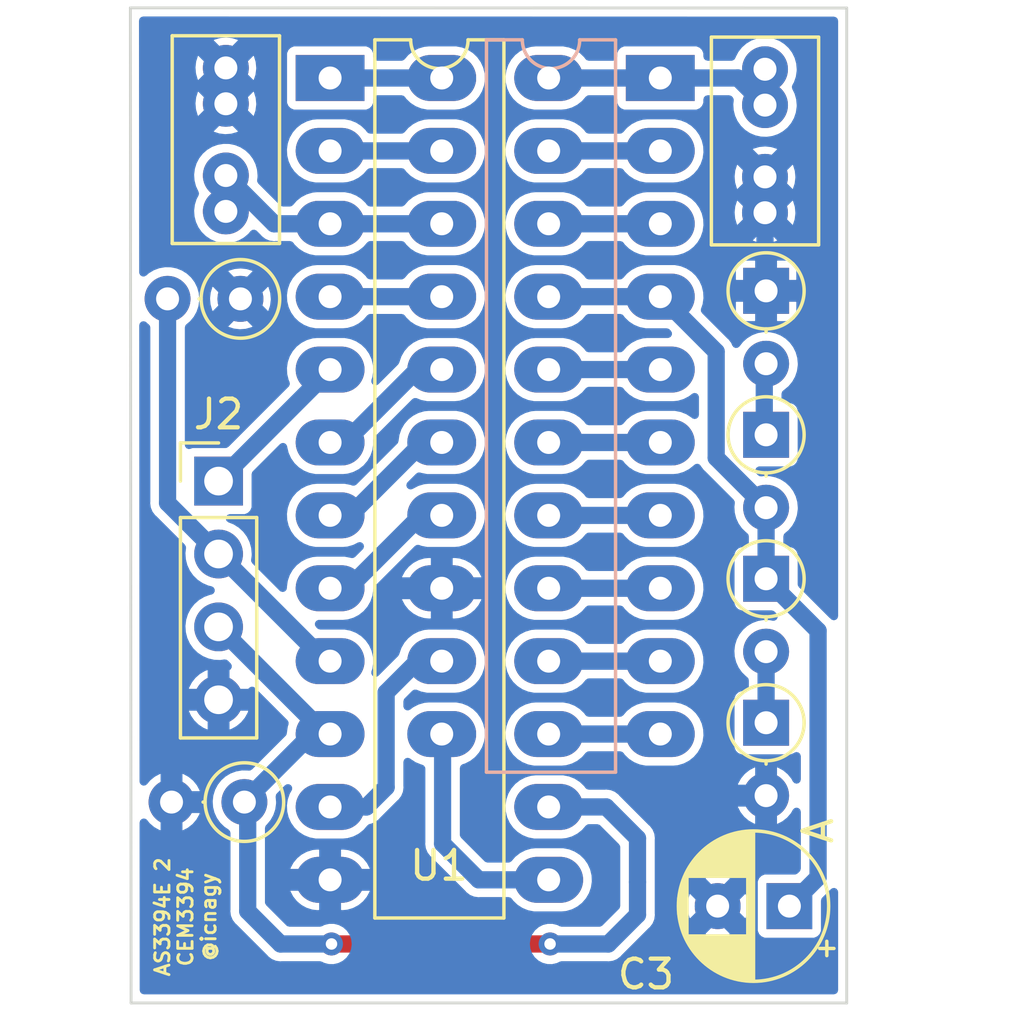
<source format=kicad_pcb>
(kicad_pcb (version 20211014) (generator pcbnew)
  (layers (0 "F.Cu" signal) (31 "B.Cu" signal) (34 "B.Paste" user) (35 "F.Paste" user) (36 "B.SilkS" user "B.Silkscreen") (37 "F.SilkS" user "F.Silkscreen") (38 "B.Mask" user) (39 "F.Mask" user) (44 "Edge.Cuts" user))
  (net 0 "")
  (net 1 "/Iref")
  (net 2 "/VCF_Q_CV")
  (net 3 "/VCO_CV")
  (net 4 "/C1")
  (net 5 "/V+")
  (net 6 "/C2")
  (net 7 "/Ct")
  (net 8 "/C3")
  (net 9 "/MOD_AMT")
  (net 10 "/C4")
  (net 11 "/WAVE_SEL")
  (net 12 "/VCF_CV")
  (net 13 "/PW")
  (net 14 "/Cs")
  (net 15 "GND")
  (net 16 "/VCA_CV")
  (net 17 "/VOICE_OUT")
  (net 18 "/MIX_BAL")
  (net 19 "/V-")
  (net 20 "/SUB_OUT")
  (net 21 "/SAW_OUT")
  (net 22 "Net-(D1-Pad1)")
  (net 23 "Net-(D3-Pad2)")
  (net 24 "/EXT_IN1")
  (net 25 "/NOISE_IN")
  (footprint "Package_DIP:DIP-24_W7.62mm_LongPads" (layer "F.Cu") (at 41.988001 29.769001)
    (fp_text reference "U1" (at 3.795499 27.444499) (layer "F.SilkS"))
    (fp_text value "AS3394E")
    (fp_line (start 2.81 -1.33) (end 1.56 -1.33) (layer "F.SilkS") (width 0.12))
    (fp_line (start 1.56 29.27) (end 6.06 29.27) (layer "F.SilkS") (width 0.12))
    (fp_line (start 1.56 -1.33) (end 1.56 29.27) (layer "F.SilkS") (width 0.12))
    (fp_line (start 6.06 -1.33) (end 4.81 -1.33) (layer "F.SilkS") (width 0.12))
    (fp_line (start 6.06 29.27) (end 6.06 -1.33) (layer "F.SilkS") (width 0.12))
    (fp_arc (start 4.81 -1.33) (mid 3.81 -0.33) (end 2.81 -1.33) (layer "F.SilkS") (width 0.12))
    (pad "1" thru_hole rect (at 0 0) (size 2.4 1.6) (drill 0.8) (layers *.Cu *.Mask) (net 1 "/Iref"))
    (pad "2" thru_hole oval (at 0 2.54) (size 2.4 1.6) (drill 0.8) (layers *.Cu *.Mask) (net 3 "/VCO_CV"))
    (pad "3" thru_hole oval (at 0 5.08) (size 2.4 1.6) (drill 0.8) (layers *.Cu *.Mask) (net 19 "/V-"))
    (pad "4" thru_hole oval (at 0 7.62) (size 2.4 1.6) (drill 0.8) (layers *.Cu *.Mask) (net 7 "/Ct"))
    (pad "5" thru_hole oval (at 0 10.16) (size 2.4 1.6) (drill 0.8) (layers *.Cu *.Mask) (net 20 "/SUB_OUT"))
    (pad "6" thru_hole oval (at 0 12.7) (size 2.4 1.6) (drill 0.8) (layers *.Cu *.Mask) (net 9 "/MOD_AMT"))
    (pad "7" thru_hole oval (at 0 15.24) (size 2.4 1.6) (drill 0.8) (layers *.Cu *.Mask) (net 11 "/WAVE_SEL"))
    (pad "8" thru_hole oval (at 0 17.78) (size 2.4 1.6) (drill 0.8) (layers *.Cu *.Mask) (net 13 "/PW"))
    (pad "9" thru_hole oval (at 0 20.32) (size 2.4 1.6) (drill 0.8) (layers *.Cu *.Mask) (net 21 "/SAW_OUT"))
    (pad "10" thru_hole oval (at 0 22.86) (size 2.4 1.6) (drill 0.8) (layers *.Cu *.Mask) (net 24 "/EXT_IN1"))
    (pad "11" thru_hole oval (at 0 25.4) (size 2.4 1.6) (drill 0.8) (layers *.Cu *.Mask) (net 25 "/NOISE_IN"))
    (pad "12" thru_hole oval (at 0 27.94) (size 2.4 1.6) (drill 0.8) (layers *.Cu *.Mask) (net 15 "GND"))
    (pad "13" thru_hole oval (at 7.62 27.94) (size 2.4 1.6) (drill 0.8) (layers *.Cu *.Mask) (net 18 "/MIX_BAL"))
    (pad "14" thru_hole oval (at 7.62 25.4) (size 2.4 1.6) (drill 0.8) (layers *.Cu *.Mask) (net 24 "/EXT_IN1"))
    (pad "15" thru_hole oval (at 7.62 22.86) (size 2.4 1.6) (drill 0.8) (layers *.Cu *.Mask) (net 2 "/VCF_Q_CV"))
    (pad "16" thru_hole oval (at 7.62 20.32) (size 2.4 1.6) (drill 0.8) (layers *.Cu *.Mask) (net 4 "/C1"))
    (pad "17" thru_hole oval (at 7.62 17.78) (size 2.4 1.6) (drill 0.8) (layers *.Cu *.Mask) (net 6 "/C2"))
    (pad "18" thru_hole oval (at 7.62 15.24) (size 2.4 1.6) (drill 0.8) (layers *.Cu *.Mask) (net 8 "/C3"))
    (pad "19" thru_hole oval (at 7.62 12.7) (size 2.4 1.6) (drill 0.8) (layers *.Cu *.Mask) (net 10 "/C4"))
    (pad "20" thru_hole oval (at 7.62 10.16) (size 2.4 1.6) (drill 0.8) (layers *.Cu *.Mask) (net 12 "/VCF_CV"))
    (pad "21" thru_hole oval (at 7.62 7.62) (size 2.4 1.6) (drill 0.8) (layers *.Cu *.Mask) (net 14 "/Cs"))
    (pad "22" thru_hole oval (at 7.62 5.08) (size 2.4 1.6) (drill 0.8) (layers *.Cu *.Mask) (net 16 "/VCA_CV"))
    (pad "23" thru_hole oval (at 7.62 2.54) (size 2.4 1.6) (drill 0.8) (layers *.Cu *.Mask) (net 17 "/VOICE_OUT"))
    (pad "24" thru_hole oval (at 7.62 0) (size 2.4 1.6) (drill 0.8) (layers *.Cu *.Mask) (net 5 "/V+"))
  )
  (footprint "Diode_THT:D_DO-35_SOD27_P2.54mm_Vertical_AnodeUp" (layer "F.Cu") (at 57.1881 42.2021 -90)
    (fp_text reference "D1" hide)
    (fp_text value "1N4148")
    (fp_line (start 1.326371 0) (end 1.44 0) (layer "F.SilkS") (width 0.12))
    (fp_circle (center 0 0) (end 1.326371 0) (layer "F.SilkS") (width 0.12) (fill none))
    (pad "1" thru_hole rect (at 0 0 270) (size 1.6 1.6) (drill 0.8) (layers *.Cu *.Mask) (net 22 "Net-(D1-Pad1)"))
    (pad "2" thru_hole oval (at 2.54 0 270) (size 1.6 1.6) (drill 0.8) (layers *.Cu *.Mask) (net 14 "/Cs"))
  )
  (footprint "Diode_THT:D_DO-35_SOD27_P2.54mm_Vertical_AnodeUp" (layer "F.Cu") (at 57.1881 37.1856 -90)
    (fp_text reference "D2" hide)
    (fp_text value "1N4148")
    (fp_line (start 1.326371 0) (end 1.44 0) (layer "F.SilkS") (width 0.12))
    (fp_circle (center 0 0) (end 1.326371 0) (layer "F.SilkS") (width 0.12) (fill none))
    (pad "1" thru_hole rect (at 0 0 270) (size 1.6 1.6) (drill 0.8) (layers *.Cu *.Mask) (net 15 "GND"))
    (pad "2" thru_hole oval (at 2.54 0 270) (size 1.6 1.6) (drill 0.8) (layers *.Cu *.Mask) (net 22 "Net-(D1-Pad1)"))
  )
  (footprint "Diode_THT:D_DO-35_SOD27_P2.54mm_Vertical_AnodeUp" (layer "F.Cu") (at 57.1881 47.2186 -90)
    (fp_text reference "D3" hide)
    (fp_text value "1N4148")
    (fp_line (start 1.326371 0) (end 1.44 0) (layer "F.SilkS") (width 0.12))
    (fp_circle (center 0 0) (end 1.326371 0) (layer "F.SilkS") (width 0.12) (fill none))
    (pad "1" thru_hole rect (at 0 0 270) (size 1.6 1.6) (drill 0.8) (layers *.Cu *.Mask) (net 14 "/Cs"))
    (pad "2" thru_hole oval (at 2.54 0 270) (size 1.6 1.6) (drill 0.8) (layers *.Cu *.Mask) (net 23 "Net-(D3-Pad2)"))
  )
  (footprint "Diode_THT:D_DO-35_SOD27_P2.54mm_Vertical_AnodeUp" (layer "F.Cu") (at 57.1881 52.2351 -90)
    (fp_text reference "D4" hide)
    (fp_text value "1N4148")
    (fp_text user "A" (at 3.7649 -1.8119 90) (layer "F.SilkS"))
    (fp_line (start 1.326371 0) (end 1.44 0) (layer "F.SilkS") (width 0.12))
    (fp_circle (center 0 0) (end 1.326371 0) (layer "F.SilkS") (width 0.12) (fill none))
    (pad "1" thru_hole rect (at 0 0 270) (size 1.6 1.6) (drill 0.8) (layers *.Cu *.Mask) (net 23 "Net-(D3-Pad2)"))
    (pad "2" thru_hole oval (at 2.54 0 270) (size 1.6 1.6) (drill 0.8) (layers *.Cu *.Mask) (net 15 "GND"))
  )
  (footprint "Capacitor_THT:C_Rect_L7.0mm_W3.5mm_P2.50mm_P5.00mm" (layer "F.Cu") (at 57.15 29.464 -90)
    (fp_text reference "C1")
    (fp_text value "100n")
    (fp_line (start 6.12 -1.87) (end 6.12 1.87) (layer "F.SilkS") (width 0.12))
    (fp_line (start -1.12 -1.87) (end -1.12 1.87) (layer "F.SilkS") (width 0.12))
    (fp_line (start -1.12 1.87) (end 6.12 1.87) (layer "F.SilkS") (width 0.12))
    (fp_line (start -1.12 -1.87) (end 6.12 -1.87) (layer "F.SilkS") (width 0.12))
    (pad "1" thru_hole circle (at 1.25 0 270) (size 1.6 1.6) (drill 0.8) (layers *.Cu *.Mask) (net 5 "/V+"))
    (pad "1" thru_hole circle (at 0 0 270) (size 1.6 1.6) (drill 0.8) (layers *.Cu *.Mask) (net 5 "/V+"))
    (pad "2" thru_hole circle (at 5 0 270) (size 1.6 1.6) (drill 0.8) (layers *.Cu *.Mask) (net 15 "GND"))
    (pad "2" thru_hole circle (at 3.75 0 270) (size 1.6 1.6) (drill 0.8) (layers *.Cu *.Mask) (net 15 "GND"))
  )
  (footprint "Resistor_THT:R_Axial_DIN0207_L6.3mm_D2.5mm_P2.54mm_Vertical" (layer "F.Cu") (at 38.862 37.465 180)
    (fp_text reference "R1" hide)
    (fp_text value "1k")
    (fp_line (start 1.37 0) (end 1.44 0) (layer "F.SilkS") (width 0.12))
    (fp_circle (center 0 0) (end 1.37 0) (layer "F.SilkS") (width 0.12) (fill none))
    (pad "1" thru_hole circle (at 0 0 180) (size 1.6 1.6) (drill 0.8) (layers *.Cu *.Mask) (net 15 "GND"))
    (pad "2" thru_hole oval (at 2.54 0 180) (size 1.6 1.6) (drill 0.8) (layers *.Cu *.Mask) (net 21 "/SAW_OUT"))
  )
  (footprint "Resistor_THT:R_Axial_DIN0207_L6.3mm_D2.5mm_P2.54mm_Vertical" (layer "F.Cu") (at 39 55 180)
    (fp_text reference "R3" hide)
    (fp_text value "500R")
    (fp_line (start 1.37 0) (end 1.44 0) (layer "F.SilkS") (width 0.12))
    (fp_circle (center 0 0) (end 1.37 0) (layer "F.SilkS") (width 0.12) (fill none))
    (pad "1" thru_hole circle (at 0 0 180) (size 1.6 1.6) (drill 0.8) (layers *.Cu *.Mask) (net 24 "/EXT_IN1"))
    (pad "2" thru_hole oval (at 2.54 0 180) (size 1.6 1.6) (drill 0.8) (layers *.Cu *.Mask) (net 15 "GND"))
  )
  (footprint "Capacitor_THT:C_Rect_L7.0mm_W3.5mm_P2.50mm_P5.00mm" (layer "F.Cu") (at 38.354 34.417 90)
    (fp_text reference "C2")
    (fp_text value "100n")
    (fp_line (start -1.12 -1.87) (end 6.12 -1.87) (layer "F.SilkS") (width 0.12))
    (fp_line (start -1.12 1.87) (end 6.12 1.87) (layer "F.SilkS") (width 0.12))
    (fp_line (start -1.12 -1.87) (end -1.12 1.87) (layer "F.SilkS") (width 0.12))
    (fp_line (start 6.12 -1.87) (end 6.12 1.87) (layer "F.SilkS") (width 0.12))
    (pad "1" thru_hole circle (at 1.25 0 90) (size 1.6 1.6) (drill 0.8) (layers *.Cu *.Mask) (net 19 "/V-"))
    (pad "1" thru_hole circle (at 0 0 90) (size 1.6 1.6) (drill 0.8) (layers *.Cu *.Mask) (net 19 "/V-"))
    (pad "2" thru_hole circle (at 5 0 90) (size 1.6 1.6) (drill 0.8) (layers *.Cu *.Mask) (net 15 "GND"))
    (pad "2" thru_hole circle (at 3.75 0 90) (size 1.6 1.6) (drill 0.8) (layers *.Cu *.Mask) (net 15 "GND"))
  )
  (footprint "Connector_PinHeader_2.54mm:PinHeader_1x04_P2.54mm_Vertical" (layer "F.Cu") (at 38.1 43.815)
    (fp_text reference "J2" (at 0 -2.33) (layer "F.SilkS"))
    (fp_text value "Conn_01x04_Male")
    (fp_line (start 1.33 1.27) (end 1.33 8.95) (layer "F.SilkS") (width 0.12))
    (fp_line (start -1.33 1.27) (end 1.33 1.27) (layer "F.SilkS") (width 0.12))
    (fp_line (start -1.33 1.27) (end -1.33 8.95) (layer "F.SilkS") (width 0.12))
    (fp_line (start -1.33 -1.33) (end 0 -1.33) (layer "F.SilkS") (width 0.12))
    (fp_line (start -1.33 0) (end -1.33 -1.33) (layer "F.SilkS") (width 0.12))
    (fp_line (start -1.33 8.95) (end 1.33 8.95) (layer "F.SilkS") (width 0.12))
    (pad "1" thru_hole rect (at 0 0) (size 1.7 1.7) (drill 1) (layers *.Cu *.Mask) (net 20 "/SUB_OUT"))
    (pad "2" thru_hole oval (at 0 2.54) (size 1.7 1.7) (drill 1) (layers *.Cu *.Mask) (net 21 "/SAW_OUT"))
    (pad "3" thru_hole oval (at 0 5.08) (size 1.7 1.7) (drill 1) (layers *.Cu *.Mask) (net 24 "/EXT_IN1"))
    (pad "4" thru_hole oval (at 0 7.62) (size 1.7 1.7) (drill 1) (layers *.Cu *.Mask) (net 15 "GND"))
  )
  (footprint "Capacitor_THT:CP_Radial_D5.0mm_P2.50mm" (layer "F.Cu") (at 58 58.625 180)
    (fp_text reference "C3" (at 5 -2.375 180) (layer "F.SilkS"))
    (fp_text value "4.7uF")
    (fp_line (start 2.411 -2.31) (end 2.411 -1.04) (layer "F.SilkS") (width 0.12))
    (fp_line (start 1.77 1.04) (end 1.77 2.528) (layer "F.SilkS") (width 0.12))
    (fp_line (start 1.81 -2.52) (end 1.81 -1.04) (layer "F.SilkS") (width 0.12))
    (fp_line (start -1.554775 -1.475) (end -1.054775 -1.475) (layer "F.SilkS") (width 0.12))
    (fp_line (start 2.291 -2.365) (end 2.291 -1.04) (layer "F.SilkS") (width 0.12))
    (fp_line (start 2.411 1.04) (end 2.411 2.31) (layer "F.SilkS") (width 0.12))
    (fp_line (start 1.57 1.04) (end 1.57 2.561) (layer "F.SilkS") (width 0.12))
    (fp_line (start 2.651 -2.175) (end 2.651 -1.04) (layer "F.SilkS") (width 0.12))
    (fp_line (start 2.931 1.04) (end 2.931 1.971) (layer "F.SilkS") (width 0.12))
    (fp_line (start 2.051 1.04) (end 2.051 2.455) (layer "F.SilkS") (width 0.12))
    (fp_line (start 3.451 -1.383) (end 3.451 -1.04) (layer "F.SilkS") (width 0.12))
    (fp_line (start 1.93 -2.491) (end 1.93 -1.04) (layer "F.SilkS") (width 0.12))
    (fp_line (start 1.971 1.04) (end 1.971 2.48) (layer "F.SilkS") (width 0.12))
    (fp_line (start 3.011 -1.901) (end 3.011 -1.04) (layer "F.SilkS") (width 0.12))
    (fp_line (start 1.971 -2.48) (end 1.971 -1.04) (layer "F.SilkS") (width 0.12))
    (fp_line (start 2.731 1.04) (end 2.731 2.122) (layer "F.SilkS") (width 0.12))
    (fp_line (start 2.811 1.04) (end 2.811 2.065) (layer "F.SilkS") (width 0.12))
    (fp_line (start 3.251 -1.653) (end 3.251 -1.04) (layer "F.SilkS") (width 0.12))
    (fp_line (start 1.85 1.04) (end 1.85 2.511) (layer "F.SilkS") (width 0.12))
    (fp_line (start 3.211 -1.699) (end 3.211 -1.04) (layer "F.SilkS") (width 0.12))
    (fp_line (start 1.89 1.04) (end 1.89 2.501) (layer "F.SilkS") (width 0.12))
    (fp_line (start 1.69 -2.543) (end 1.69 -1.04) (layer "F.SilkS") (width 0.12))
    (fp_line (start 3.091 1.04) (end 3.091 1.826) (layer "F.SilkS") (width 0.12))
    (fp_line (start 2.331 1.04) (end 2.331 2.348) (layer "F.SilkS") (width 0.12))
    (fp_line (start 2.531 1.04) (end 2.531 2.247) (layer "F.SilkS") (width 0.12))
    (fp_line (start 3.411 -1.443) (end 3.411 -1.04) (layer "F.SilkS") (width 0.12))
    (fp_line (start 2.451 -2.29) (end 2.451 -1.04) (layer "F.SilkS") (width 0.12))
    (fp_line (start 1.93 1.04) (end 1.93 2.491) (layer "F.SilkS") (width 0.12))
    (fp_line (start 2.611 -2.2) (end 2.611 -1.04) (layer "F.SilkS") (width 0.12))
    (fp_line (start 2.211 1.04) (end 2.211 2.398) (layer "F.SilkS") (width 0.12))
    (fp_line (start 3.131 1.04) (end 3.131 1.785) (layer "F.SilkS") (width 0.12))
    (fp_line (start 2.891 -2.004) (end 2.891 -1.04) (layer "F.SilkS") (width 0.12))
    (fp_line (start 3.651 -1.011) (end 3.651 1.011) (layer "F.SilkS") (width 0.12))
    (fp_line (start 2.251 -2.382) (end 2.251 -1.04) (layer "F.SilkS") (width 0.12))
    (fp_line (start 1.81 1.04) (end 1.81 2.52) (layer "F.SilkS") (width 0.12))
    (fp_line (start 1.85 -2.511) (end 1.85 -1.04) (layer "F.SilkS") (width 0.12))
    (fp_line (start 1.53 1.04) (end 1.53 2.565) (layer "F.SilkS") (width 0.12))
    (fp_line (start 3.171 1.04) (end 3.171 1.743) (layer "F.SilkS") (width 0.12))
    (fp_line (start 2.971 1.04) (end 2.971 1.937) (layer "F.SilkS") (width 0.12))
    (fp_line (start 2.171 1.04) (end 2.171 2.414) (layer "F.SilkS") (width 0.12))
    (fp_line (start 3.491 1.04) (end 3.491 1.319) (layer "F.SilkS") (width 0.12))
    (fp_line (start 3.051 1.04) (end 3.051 1.864) (layer "F.SilkS") (width 0.12))
    (fp_line (start 1.73 1.04) (end 1.73 2.536) (layer "F.SilkS") (width 0.12))
    (fp_line (start 2.131 -2.428) (end 2.131 -1.04) (layer "F.SilkS") (width 0.12))
    (fp_line (start 3.851 -0.284) (end 3.851 0.284) (layer "F.SilkS") (width 0.12))
    (fp_line (start 3.731 -0.805) (end 3.731 0.805) (layer "F.SilkS") (width 0.12))
    (fp_line (start 1.37 -2.578) (end 1.37 2.578) (layer "F.SilkS") (width 0.12))
    (fp_line (start 3.411 1.04) (end 3.411 1.443) (layer "F.SilkS") (width 0.12))
    (fp_line (start 2.331 -2.348) (end 2.331 -1.04) (layer "F.SilkS") (width 0.12))
    (fp_line (start 2.611 1.04) (end 2.611 2.2) (layer "F.SilkS") (width 0.12))
    (fp_line (start 2.771 -2.095) (end 2.771 -1.04) (layer "F.SilkS") (width 0.12))
    (fp_line (start 2.171 -2.414) (end 2.171 -1.04) (layer "F.SilkS") (width 0.12))
    (fp_line (start 3.251 1.04) (end 3.251 1.653) (layer "F.SilkS") (width 0.12))
    (fp_line (start 1.73 -2.536) (end 1.73 -1.04) (layer "F.SilkS") (width 0.12))
    (fp_line (start 2.011 -2.468) (end 2.011 -1.04) (layer "F.SilkS") (width 0.12))
    (fp_line (start 3.051 -1.864) (end 3.051 -1.04) (layer "F.SilkS") (width 0.12))
    (fp_line (start 2.051 -2.455) (end 2.051 -1.04) (layer "F.SilkS") (width 0.12))
    (fp_line (start 1.61 -2.556) (end 1.61 -1.04) (layer "F.SilkS") (width 0.12))
    (fp_line (start 2.291 1.04) (end 2.291 2.365) (layer "F.SilkS") (width 0.12))
    (fp_line (start 3.691 -0.915) (end 3.691 0.915) (layer "F.SilkS") (width 0.12))
    (fp_line (start 3.291 1.04) (end 3.291 1.605) (layer "F.SilkS") (width 0.12))
    (fp_line (start 1.53 -2.565) (end 1.53 -1.04) (layer "F.SilkS") (width 0.12))
    (fp_line (start 1.45 -2.573) (end 1.45 2.573) (layer "F.SilkS") (width 0.12))
    (fp_line (start 2.971 -1.937) (end 2.971 -1.04) (layer "F.SilkS") (width 0.12))
    (fp_line (start 2.931 -1.971) (end 2.931 -1.04) (layer "F.SilkS") (width 0.12))
    (fp_line (start 2.851 1.04) (end 2.851 2.035) (layer "F.SilkS") (width 0.12))
    (fp_line (start 2.371 1.04) (end 2.371 2.329) (layer "F.SilkS") (width 0.12))
    (fp_line (start 2.691 -2.149) (end 2.691 -1.04) (layer "F.SilkS") (width 0.12))
    (fp_line (start 2.691 1.04) (end 2.691 2.149) (layer "F.SilkS") (width 0.12))
    (fp_line (start 3.451 1.04) (end 3.451 1.383) (layer "F.SilkS") (width 0.12))
    (fp_line (start 2.811 -2.065) (end 2.811 -1.04) (layer "F.SilkS") (width 0.12))
    (fp_line (start 2.211 -2.398) (end 2.211 -1.04) (layer "F.SilkS") (width 0.12))
    (fp_line (start 2.371 -2.329) (end 2.371 -1.04) (layer "F.SilkS") (width 0.12))
    (fp_line (start 1.41 -2.576) (end 1.41 2.576) (layer "F.SilkS") (width 0.12))
    (fp_line (start 1.49 1.04) (end 1.49 2.569) (layer "F.SilkS") (width 0.12))
    (fp_line (start 1.69 1.04) (end 1.69 2.543) (layer "F.SilkS") (width 0.12))
    (fp_line (start 1.57 -2.561) (end 1.57 -1.04) (layer "F.SilkS") (width 0.12))
    (fp_line (start 1.29 -2.58) (end 1.29 2.58) (layer "F.SilkS") (width 0.12))
    (fp_line (start 3.011 1.04) (end 3.011 1.901) (layer "F.SilkS") (width 0.12))
    (fp_line (start 2.651 1.04) (end 2.651 2.175) (layer "F.SilkS") (width 0.12))
    (fp_line (start 3.371 1.04) (end 3.371 1.5) (layer "F.SilkS") (width 0.12))
    (fp_line (start 3.571 -1.178) (end 3.571 1.178) (layer "F.SilkS") (width 0.12))
    (fp_line (start 1.65 1.04) (end 1.65 2.55) (layer "F.SilkS") (width 0.12))
    (fp_line (start -1.304775 -1.725) (end -1.304775 -1.225) (layer "F.SilkS") (width 0.12))
    (fp_line (start 2.451 1.04) (end 2.451 2.29) (layer "F.SilkS") (width 0.12))
    (fp_line (start 2.131 1.04) (end 2.131 2.428) (layer "F.SilkS") (width 0.12))
    (fp_line (start 1.49 -2.569) (end 1.49 -1.04) (layer "F.SilkS") (width 0.12))
    (fp_line (start 3.371 -1.5) (end 3.371 -1.04) (layer "F.SilkS") (width 0.12))
    (fp_line (start 2.251 1.04) (end 2.251 2.382) (layer "F.SilkS") (width 0.12))
    (fp_line (start 1.33 -2.579) (end 1.33 2.579) (layer "F.SilkS") (width 0.12))
    (fp_line (start 2.731 -2.122) (end 2.731 -1.04) (layer "F.SilkS") (width 0.12))
    (fp_line (start 2.571 1.04) (end 2.571 2.224) (layer "F.SilkS") (width 0.12))
    (fp_line (start 2.771 1.04) (end 2.771 2.095) (layer "F.SilkS") (width 0.12))
    (fp_line (start 2.091 -2.442) (end 2.091 -1.04) (layer "F.SilkS") (width 0.12))
    (fp_line (start 1.61 1.04) (end 1.61 2.556) (layer "F.SilkS") (width 0.12))
    (fp_line (start 3.771 -0.677) (end 3.771 0.677) (layer "F.SilkS") (width 0.12))
    (fp_line (start 3.291 -1.605) (end 3.291 -1.04) (layer "F.SilkS") (width 0.12))
    (fp_line (start 1.25 -2.58) (end 1.25 2.58) (layer "F.SilkS") (width 0.12))
    (fp_line (start 3.811 -0.518) (end 3.811 0.518) (layer "F.SilkS") (width 0.12))
    (fp_line (start 2.891 1.04) (end 2.891 2.004) (layer "F.SilkS") (width 0.12))
    (fp_line (start 2.571 -2.224) (end 2.571 -1.04) (layer "F.SilkS") (width 0.12))
    (fp_line (start 2.851 -2.035) (end 2.851 -1.04) (layer "F.SilkS") (width 0.12))
    (fp_line (start 2.491 -2.268) (end 2.491 -1.04) (layer "F.SilkS") (width 0.12))
    (fp_line (start 3.171 -1.743) (end 3.171 -1.04) (layer "F.SilkS") (width 0.12))
    (fp_line (start 3.131 -1.785) (end 3.131 -1.04) (layer "F.SilkS") (width 0.12))
    (fp_line (start 3.091 -1.826) (end 3.091 -1.04) (layer "F.SilkS") (width 0.12))
    (fp_line (start 2.011 1.04) (end 2.011 2.468) (layer "F.SilkS") (width 0.12))
    (fp_line (start 2.091 1.04) (end 2.091 2.442) (layer "F.SilkS") (width 0.12))
    (fp_line (start 1.77 -2.528) (end 1.77 -1.04) (layer "F.SilkS") (width 0.12))
    (fp_line (start 2.491 1.04) (end 2.491 2.268) (layer "F.SilkS") (width 0.12))
    (fp_line (start 3.531 -1.251) (end 3.531 -1.04) (layer "F.SilkS") (width 0.12))
    (fp_line (start 1.65 -2.55) (end 1.65 -1.04) (layer "F.SilkS") (width 0.12))
    (fp_line (start 3.531 1.04) (end 3.531 1.251) (layer "F.SilkS") (width 0.12))
    (fp_line (start 1.89 -2.501) (end 1.89 -1.04) (layer "F.SilkS") (width 0.12))
    (fp_line (start 3.611 -1.098) (end 3.611 1.098) (layer "F.SilkS") (width 0.12))
    (fp_line (start 2.531 -2.247) (end 2.531 -1.04) (layer "F.SilkS") (width 0.12))
    (fp_line (start 3.331 1.04) (end 3.331 1.554) (layer "F.SilkS") (width 0.12))
    (fp_line (start 3.491 -1.319) (end 3.491 -1.04) (layer "F.SilkS") (width 0.12))
    (fp_line (start 3.331 -1.554) (end 3.331 -1.04) (layer "F.SilkS") (width 0.12))
    (fp_line (start 3.211 1.04) (end 3.211 1.699) (layer "F.SilkS") (width 0.12))
    (fp_circle (center 1.25 0) (end 3.87 0) (layer "F.SilkS") (width 0.12) (fill none))
    (pad "1" thru_hole rect (at 0 0 180) (size 1.6 1.6) (drill 0.8) (layers *.Cu *.Mask) (net 14 "/Cs"))
    (pad "2" thru_hole circle (at 2.5 0 180) (size 1.6 1.6) (drill 0.8) (layers *.Cu *.Mask) (net 15 "GND"))
  )
  (footprint "Package_DIP:DIP-20_W7.62mm_LongPads" (layer "B.Cu") (at 53.5 29.769001 180)
    (fp_text reference "J1" hide)
    (fp_text value "Conn_01x20_Male")
    (fp_line (start 6.06 -24.19) (end 6.06 1.33) (layer "B.SilkS") (width 0.12))
    (fp_line (start 1.56 1.33) (end 1.56 -24.19) (layer "B.SilkS") (width 0.12))
    (fp_line (start 6.06 1.33) (end 4.81 1.33) (layer "B.SilkS") (width 0.12))
    (fp_line (start 1.56 -24.19) (end 6.06 -24.19) (layer "B.SilkS") (width 0.12))
    (fp_line (start 2.81 1.33) (end 1.56 1.33) (layer "B.SilkS") (width 0.12))
    (fp_arc (start 2.81 1.33) (mid 3.81 0.33) (end 4.81 1.33) (layer "B.SilkS") (width 0.12))
    (pad "1" thru_hole rect (at 0 0 180) (size 2.4 1.6) (drill 0.8) (layers *.Cu *.Mask) (net 5 "/V+"))
    (pad "2" thru_hole oval (at 0 -2.54 180) (size 2.4 1.6) (drill 0.8) (layers *.Cu *.Mask) (net 17 "/VOICE_OUT"))
    (pad "3" thru_hole oval (at 0 -5.08 180) (size 2.4 1.6) (drill 0.8) (layers *.Cu *.Mask) (net 16 "/VCA_CV"))
    (pad "4" thru_hole oval (at 0 -7.62 180) (size 2.4 1.6) (drill 0.8) (layers *.Cu *.Mask) (net 14 "/Cs"))
    (pad "5" thru_hole oval (at 0 -10.16 180) (size 2.4 1.6) (drill 0.8) (layers *.Cu *.Mask) (net 12 "/VCF_CV"))
    (pad "6" thru_hole oval (at 0 -12.7 180) (size 2.4 1.6) (drill 0.8) (layers *.Cu *.Mask) (net 10 "/C4"))
    (pad "7" thru_hole oval (at 0 -15.24 180) (size 2.4 1.6) (drill 0.8) (layers *.Cu *.Mask) (net 8 "/C3"))
    (pad "8" thru_hole oval (at 0 -17.78 180) (size 2.4 1.6) (drill 0.8) (layers *.Cu *.Mask) (net 6 "/C2"))
    (pad "9" thru_hole oval (at 0 -20.32 180) (size 2.4 1.6) (drill 0.8) (layers *.Cu *.Mask) (net 4 "/C1"))
    (pad "10" thru_hole oval (at 0 -22.86 180) (size 2.4 1.6) (drill 0.8) (layers *.Cu *.Mask) (net 2 "/VCF_Q_CV"))
    (pad "11" thru_hole oval (at 7.62 -22.86 180) (size 2.4 1.6) (drill 0.8) (layers *.Cu *.Mask) (net 18 "/MIX_BAL"))
    (pad "12" thru_hole oval (at 7.62 -20.32 180) (size 2.4 1.6) (drill 0.8) (layers *.Cu *.Mask) (net 25 "/NOISE_IN"))
    (pad "13" thru_hole oval (at 7.62 -17.78 180) (size 2.4 1.6) (drill 0.8) (layers *.Cu *.Mask) (net 15 "GND"))
    (pad "14" thru_hole oval (at 7.62 -15.24 180) (size 2.4 1.6) (drill 0.8) (layers *.Cu *.Mask) (net 13 "/PW"))
    (pad "15" thru_hole oval (at 7.62 -12.7 180) (size 2.4 1.6) (drill 0.8) (layers *.Cu *.Mask) (net 11 "/WAVE_SEL"))
    (pad "16" thru_hole oval (at 7.62 -10.16 180) (size 2.4 1.6) (drill 0.8) (layers *.Cu *.Mask) (net 9 "/MOD_AMT"))
    (pad "17" thru_hole oval (at 7.62 -7.62 180) (size 2.4 1.6) (drill 0.8) (layers *.Cu *.Mask) (net 7 "/Ct"))
    (pad "18" thru_hole oval (at 7.62 -5.08 180) (size 2.4 1.6) (drill 0.8) (layers *.Cu *.Mask) (net 19 "/V-"))
    (pad "19" thru_hole oval (at 7.62 -2.54 180) (size 2.4 1.6) (drill 0.8) (layers *.Cu *.Mask) (net 3 "/VCO_CV"))
    (pad "20" thru_hole oval (at 7.62 0 180) (size 2.4 1.6) (drill 0.8) (layers *.Cu *.Mask) (net 1 "/Iref"))
  )
  (gr_line (start 35.025 27.325) (end 60 27.3304) (layer "Edge.Cuts") (width 0.1))
  (gr_line (start 35.05 62) (end 35.025 27.325) (layer "Edge.Cuts") (width 0.1))
  (gr_line (start 60 62) (end 35.05 62) (layer "Edge.Cuts") (width 0.1))
  (gr_line (start 60 27.3304) (end 60 62) (layer "Edge.Cuts") (width 0.1))
  (gr_text "AS3394E 2\nCEM3394\n@icnagy" (at 36.95 59 90) (layer "F.SilkS") (effects (font (size 0.5 0.5) (thickness 0.1))))
  (segment (start 45.9105 29.769001) (end 41.988001 29.769001) (width 0.6) (layer "B.Cu") (net 1))
  (segment (start 49.608001 52.629001) (end 53.5305 52.629001) (width 0.6) (layer "B.Cu") (net 2))
  (segment (start 45.9105 32.309001) (end 41.988001 32.309001) (width 0.6) (layer "B.Cu") (net 3))
  (segment (start 49.608001 50.089001) (end 53.5305 50.089001) (width 0.6) (layer "B.Cu") (net 4))
  (segment (start 56.205001 29.769001) (end 57.15 30.714) (width 0.6) (layer "B.Cu") (net 5))
  (segment (start 57.15 29.464) (end 57.15 30.714) (width 0.6) (layer "B.Cu") (net 5))
  (segment (start 53.5305 29.769001) (end 56.205001 29.769001) (width 0.6) (layer "B.Cu") (net 5))
  (segment (start 53.5305 29.769001) (end 49.608001 29.769001) (width 0.6) (layer "B.Cu") (net 5))
  (segment (start 49.608001 47.549001) (end 53.5305 47.549001) (width 0.6) (layer "B.Cu") (net 6))
  (segment (start 45.9105 37.389001) (end 41.988001 37.389001) (width 0.6) (layer "B.Cu") (net 7))
  (segment (start 49.608001 45.009001) (end 53.5305 45.009001) (width 0.6) (layer "B.Cu") (net 8))
  (segment (start 42.493999 42.469001) (end 45.033999 39.929001) (width 0.6) (layer "B.Cu") (net 9))
  (segment (start 41.988001 42.469001) (end 42.493999 42.469001) (width 0.6) (layer "B.Cu") (net 9))
  (segment (start 45.033999 39.929001) (end 45.9105 39.929001) (width 0.6) (layer "B.Cu") (net 9))
  (segment (start 49.608001 42.469001) (end 53.5305 42.469001) (width 0.6) (layer "B.Cu") (net 10))
  (segment (start 41.988001 45.009001) (end 42.684499 45.009001) (width 0.6) (layer "B.Cu") (net 11))
  (segment (start 45.224499 42.469001) (end 45.9105 42.469001) (width 0.6) (layer "B.Cu") (net 11))
  (segment (start 42.684499 45.009001) (end 45.224499 42.469001) (width 0.6) (layer "B.Cu") (net 11))
  (segment (start 49.608001 39.929001) (end 53.5305 39.929001) (width 0.6) (layer "B.Cu") (net 12))
  (segment (start 45.160999 45.009001) (end 45.9105 45.009001) (width 0.6) (layer "B.Cu") (net 13))
  (segment (start 41.988001 47.549001) (end 42.620999 47.549001) (width 0.6) (layer "B.Cu") (net 13))
  (segment (start 42.620999 47.549001) (end 45.160999 45.009001) (width 0.6) (layer "B.Cu") (net 13))
  (segment (start 59 57.625) (end 58 58.625) (width 0.6) (layer "B.Cu") (net 14))
  (segment (start 49.608001 37.389001) (end 53.5305 37.389001) (width 0.6) (layer "B.Cu") (net 14))
  (segment (start 57.1881 44.7421) (end 55.4482 43.0022) (width 0.6) (layer "B.Cu") (net 14))
  (segment (start 55.4482 43.0022) (end 55.4482 39.306701) (width 0.6) (layer "B.Cu") (net 14))
  (segment (start 55.4482 39.306701) (end 53.5305 37.389001) (width 0.6) (layer "B.Cu") (net 14))
  (segment (start 57.1881 47.2186) (end 59 49.0305) (width 0.6) (layer "B.Cu") (net 14))
  (segment (start 57.1881 44.7421) (end 57.1881 47.2186) (width 0.6) (layer "B.Cu") (net 14))
  (segment (start 59 49.0305) (end 59 57.625) (width 0.6) (layer "B.Cu") (net 14))
  (segment (start 57.15 34.464) (end 57.15 37.1475) (width 0.6) (layer "B.Cu") (net 15))
  (segment (start 57.15 37.1475) (end 57.1881 37.1856) (width 0.6) (layer "B.Cu") (net 15))
  (segment (start 49.608001 34.849001) (end 53.5305 34.849001) (width 0.6) (layer "B.Cu") (net 16))
  (segment (start 49.608001 32.309001) (end 53.5305 32.309001) (width 0.6) (layer "B.Cu") (net 17))
  (segment (start 47.168001 57.709001) (end 45.9105 56.4515) (width 0.6) (layer "B.Cu") (net 18))
  (segment (start 49.608001 57.709001) (end 47.168001 57.709001) (width 0.6) (layer "B.Cu") (net 18))
  (segment (start 45.9105 56.4515) (end 45.9105 52.629001) (width 0.6) (layer "B.Cu") (net 18))
  (segment (start 40.036001 34.849001) (end 38.354 33.167) (width 0.6) (layer "B.Cu") (net 19))
  (segment (start 45.9105 34.849001) (end 41.988001 34.849001) (width 0.6) (layer "B.Cu") (net 19))
  (segment (start 38.354 34.417) (end 38.354 33.167) (width 0.6) (layer "B.Cu") (net 19))
  (segment (start 41.988001 34.849001) (end 40.036001 34.849001) (width 0.6) (layer "B.Cu") (net 19))
  (segment (start 38.102002 43.815) (end 41.988001 39.929001) (width 0.6) (layer "B.Cu") (net 20))
  (segment (start 38.1 43.815) (end 38.102002 43.815) (width 0.6) (layer "B.Cu") (net 20))
  (segment (start 41.988001 50.089001) (end 41.834001 50.089001) (width 0.6) (layer "B.Cu") (net 21))
  (segment (start 41.834001 50.089001) (end 38.1 46.355) (width 0.6) (layer "B.Cu") (net 21))
  (segment (start 38.1 46.355) (end 36.322 44.577) (width 0.6) (layer "B.Cu") (net 21))
  (segment (start 36.322 44.577) (end 36.322 37.465) (width 0.6) (layer "B.Cu") (net 21))
  (segment (start 57.1246 42.2021) (end 57.1246 39.7256) (width 0.6) (layer "B.Cu") (net 22))
  (segment (start 57.1881 49.7586) (end 57.1881 52.2351) (width 0.6) (layer "B.Cu") (net 23))
  (segment (start 42.037 59.944) (end 49.657 59.944) (width 0.6) (layer "F.Cu") (net 24))
  (via (at 42.037 59.944) (size 0.8) (drill 0.4) (layers "F.Cu" "B.Cu") (net 24))
  (via (at 49.657 59.944) (size 0.8) (drill 0.4) (layers "F.Cu" "B.Cu") (net 24))
  (segment (start 41.988001 52.629001) (end 41.834001 52.629001) (width 0.6) (layer "B.Cu") (net 24))
  (segment (start 41.350999 52.629001) (end 39.116 54.864) (width 0.6) (layer "B.Cu") (net 24))
  (segment (start 51.613001 55.169001) (end 49.608001 55.169001) (width 0.6) (layer "B.Cu") (net 24))
  (segment (start 39.116 54.864) (end 39.116 58.801) (width 0.6) (layer "B.Cu") (net 24))
  (segment (start 51.689 59.944) (end 52.705 58.928) (width 0.6) (layer "B.Cu") (net 24))
  (segment (start 41.834001 52.629001) (end 38.1 48.895) (width 0.6) (layer "B.Cu") (net 24))
  (segment (start 41.988001 52.629001) (end 41.350999 52.629001) (width 0.6) (layer "B.Cu") (net 24))
  (segment (start 52.705 58.928) (end 52.705 57.785) (width 0.6) (layer "B.Cu") (net 24))
  (segment (start 40.259 59.944) (end 42.037 59.944) (width 0.6) (layer "B.Cu") (net 24))
  (segment (start 52.705 57.785) (end 52.705 56.261) (width 0.6) (layer "B.Cu") (net 24))
  (segment (start 52.705 56.261) (end 51.613001 55.169001) (width 0.6) (layer "B.Cu") (net 24))
  (segment (start 49.657 59.944) (end 51.689 59.944) (width 0.6) (layer "B.Cu") (net 24))
  (segment (start 39.116 58.801) (end 40.259 59.944) (width 0.6) (layer "B.Cu") (net 24))
  (segment (start 43.942 51.181) (end 45.033999 50.089001) (width 0.6) (layer "B.Cu") (net 25))
  (segment (start 43.942 54.483) (end 43.942 51.181) (width 0.6) (layer "B.Cu") (net 25))
  (segment (start 45.033999 50.089001) (end 45.9105 50.089001) (width 0.6) (layer "B.Cu") (net 25))
  (segment (start 43.255999 55.169001) (end 43.942 54.483) (width 0.6) (layer "B.Cu") (net 25))
  (segment (start 41.988001 55.169001) (end 43.255999 55.169001) (width 0.6) (layer "B.Cu") (net 25))
  (zone (net 15) (net_name "GND") (layer "B.Cu") (connect_pads (clearance 0.3)) (min_thickness 0.3) (fill yes (thermal_gap 0.254) (thermal_bridge_width 0.762))
    (polygon (pts (xy 66.04 62.738) (xy 30.48 62.738) (xy 30.48 27.051) (xy 66.04 27.051)))
  )
)
</source>
